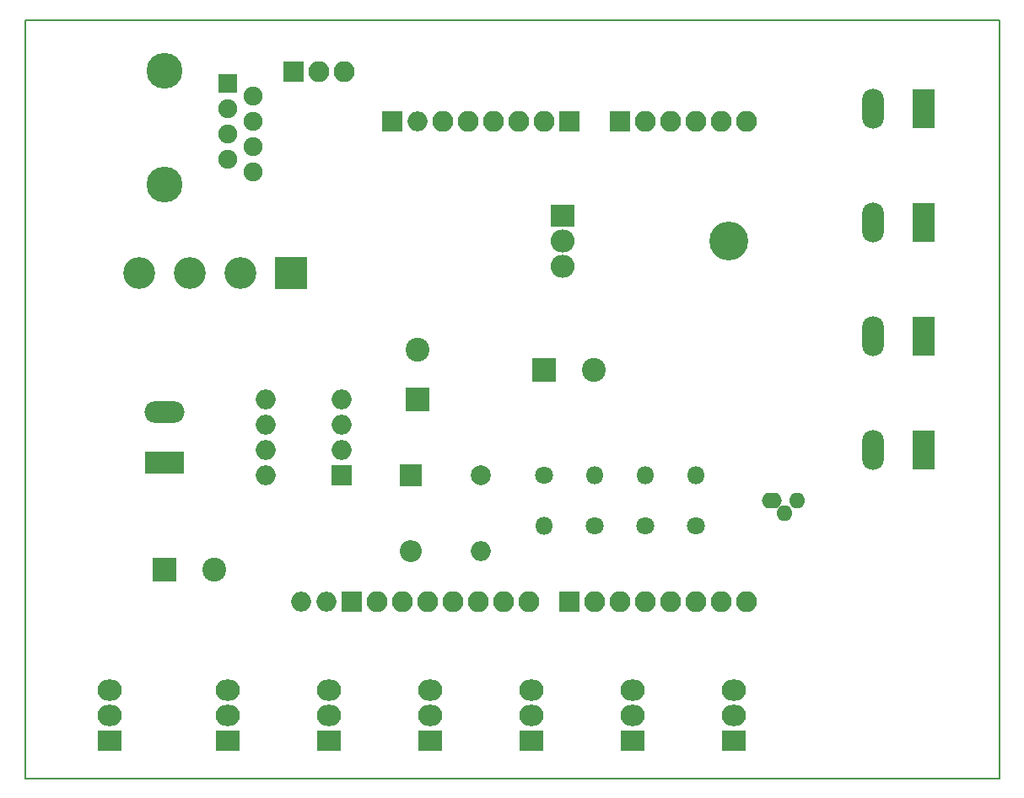
<source format=gbr>
G04 #@! TF.GenerationSoftware,KiCad,Pcbnew,(5.1.2)-1*
G04 #@! TF.CreationDate,2019-05-13T21:13:34+02:00*
G04 #@! TF.ProjectId,braccio shield,62726163-6369-46f2-9073-6869656c642e,rev?*
G04 #@! TF.SameCoordinates,Original*
G04 #@! TF.FileFunction,Soldermask,Bot*
G04 #@! TF.FilePolarity,Negative*
%FSLAX46Y46*%
G04 Gerber Fmt 4.6, Leading zero omitted, Abs format (unit mm)*
G04 Created by KiCad (PCBNEW (5.1.2)-1) date 2019-05-13 21:13:34*
%MOMM*%
%LPD*%
G04 APERTURE LIST*
%ADD10C,0.150000*%
%ADD11R,2.430000X2.130000*%
%ADD12O,2.430000X2.130000*%
%ADD13O,2.100000X2.100000*%
%ADD14R,2.100000X2.100000*%
%ADD15C,3.600000*%
%ADD16R,1.900000X1.900000*%
%ADD17C,1.900000*%
%ADD18C,1.800000*%
%ADD19O,1.800000X1.800000*%
%ADD20C,2.000000*%
%ADD21O,2.000000X2.000000*%
%ADD22R,2.000000X2.000000*%
%ADD23R,2.200000X2.200000*%
%ADD24O,2.200000X2.200000*%
%ADD25C,3.200000*%
%ADD26R,3.200000X3.200000*%
%ADD27O,4.000000X2.200000*%
%ADD28R,4.000000X2.200000*%
%ADD29R,2.200000X4.000000*%
%ADD30O,2.200000X4.000000*%
%ADD31O,2.000000X1.600000*%
%ADD32O,1.600000X1.600000*%
%ADD33O,3.900000X3.900000*%
%ADD34R,2.400000X2.305000*%
%ADD35O,2.400000X2.305000*%
%ADD36R,2.400000X2.400000*%
%ADD37C,2.400000*%
G04 APERTURE END LIST*
D10*
X45720000Y-30480000D02*
X53340000Y-30480000D01*
X53340000Y-106680000D02*
X45720000Y-106680000D01*
X143510000Y-106680000D02*
X143510000Y-30480000D01*
X53340000Y-106680000D02*
X143510000Y-106680000D01*
X45720000Y-30480000D02*
X45720000Y-106680000D01*
X143510000Y-30480000D02*
X53340000Y-30480000D01*
D11*
X54229000Y-102870000D03*
D12*
X54229000Y-100330000D03*
X54229000Y-97790000D03*
D13*
X77724000Y-35687000D03*
X75184000Y-35687000D03*
D14*
X72644000Y-35687000D03*
D15*
X59690000Y-46990000D03*
X59690000Y-35560000D03*
D16*
X66040000Y-36830000D03*
D17*
X68580000Y-38100000D03*
X66040000Y-39370000D03*
X68580000Y-40640000D03*
X66040000Y-41910000D03*
X68580000Y-43180000D03*
X66040000Y-44450000D03*
X68580000Y-45720000D03*
D18*
X97790000Y-76200000D03*
D19*
X97790000Y-81280000D03*
D20*
X91440000Y-76200000D03*
D21*
X91440000Y-83820000D03*
D19*
X113030000Y-76200000D03*
D18*
X113030000Y-81280000D03*
D19*
X102870000Y-76200000D03*
D18*
X102870000Y-81280000D03*
D21*
X73410000Y-88900000D03*
X75950000Y-88900000D03*
D22*
X82550000Y-40640000D03*
D21*
X113030000Y-88900000D03*
X85090000Y-40640000D03*
X110490000Y-88900000D03*
X87630000Y-40640000D03*
X107950000Y-88900000D03*
X90170000Y-40640000D03*
X105410000Y-88900000D03*
X92710000Y-40640000D03*
X102870000Y-88900000D03*
X95250000Y-40640000D03*
X100330000Y-88900000D03*
X97790000Y-40640000D03*
X96270000Y-88900000D03*
X100330000Y-40640000D03*
X93730000Y-88900000D03*
X105410000Y-40640000D03*
X91190000Y-88900000D03*
X107950000Y-40640000D03*
X88650000Y-88900000D03*
X110490000Y-40640000D03*
X86110000Y-88900000D03*
X113030000Y-40640000D03*
X83570000Y-88900000D03*
X115570000Y-40640000D03*
X81030000Y-88900000D03*
X118110000Y-40640000D03*
X78490000Y-88900000D03*
X118110000Y-88900000D03*
X115570000Y-88900000D03*
D23*
X84455000Y-76200000D03*
D24*
X84455000Y-83820000D03*
D25*
X57150000Y-55880000D03*
X62230000Y-55880000D03*
X67310000Y-55880000D03*
D26*
X72390000Y-55880000D03*
D27*
X59690000Y-69850000D03*
D28*
X59690000Y-74930000D03*
D14*
X100330000Y-88900000D03*
D13*
X102870000Y-88900000D03*
X105410000Y-88900000D03*
X107950000Y-88900000D03*
X110490000Y-88900000D03*
X113030000Y-88900000D03*
X115570000Y-88900000D03*
X118110000Y-88900000D03*
X96270000Y-88900000D03*
X93730000Y-88900000D03*
X91190000Y-88900000D03*
X88650000Y-88900000D03*
X86110000Y-88900000D03*
X83570000Y-88900000D03*
X81030000Y-88900000D03*
D14*
X78490000Y-88900000D03*
X105410000Y-40640000D03*
D13*
X107950000Y-40640000D03*
X110490000Y-40640000D03*
X113030000Y-40640000D03*
X115570000Y-40640000D03*
X118110000Y-40640000D03*
X87630000Y-40640000D03*
X90170000Y-40640000D03*
X92710000Y-40640000D03*
X95250000Y-40640000D03*
X97790000Y-40640000D03*
D14*
X100330000Y-40640000D03*
D11*
X116840000Y-102870000D03*
D12*
X116840000Y-100330000D03*
X116840000Y-97790000D03*
X106680000Y-97790000D03*
X106680000Y-100330000D03*
D11*
X106680000Y-102870000D03*
D12*
X96520000Y-97790000D03*
X96520000Y-100330000D03*
D11*
X96520000Y-102870000D03*
X86360000Y-102870000D03*
D12*
X86360000Y-100330000D03*
X86360000Y-97790000D03*
D11*
X76200000Y-102870000D03*
D12*
X76200000Y-100330000D03*
X76200000Y-97790000D03*
X66040000Y-97790000D03*
X66040000Y-100330000D03*
D11*
X66040000Y-102870000D03*
D29*
X135890000Y-73660000D03*
D30*
X130810000Y-73660000D03*
D29*
X135890000Y-62230000D03*
D30*
X130810000Y-62230000D03*
X130810000Y-39370000D03*
D29*
X135890000Y-39370000D03*
X135890000Y-50800000D03*
D30*
X130810000Y-50800000D03*
D31*
X120650000Y-78740000D03*
D32*
X121920000Y-80010000D03*
X123190000Y-78740000D03*
D18*
X107950000Y-81280000D03*
D19*
X107950000Y-76200000D03*
D22*
X77470000Y-76200000D03*
D21*
X69850000Y-68580000D03*
X77470000Y-73660000D03*
X69850000Y-71120000D03*
X77470000Y-71120000D03*
X69850000Y-73660000D03*
X77470000Y-68580000D03*
X69850000Y-76200000D03*
D33*
X116355000Y-52705000D03*
D34*
X99695000Y-50165000D03*
D35*
X99695000Y-52705000D03*
X99695000Y-55245000D03*
D36*
X59690000Y-85725000D03*
D37*
X64690000Y-85725000D03*
X85090000Y-63580000D03*
D36*
X85090000Y-68580000D03*
X97790000Y-65659000D03*
D37*
X102790000Y-65659000D03*
M02*

</source>
